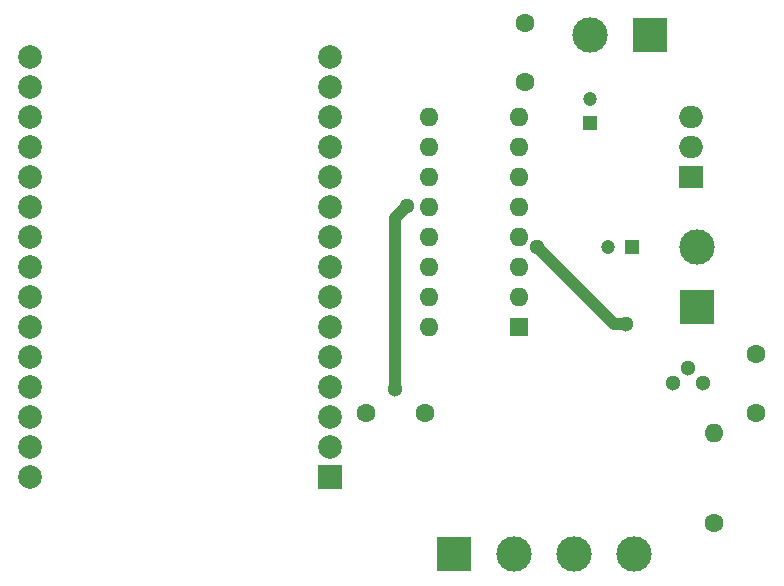
<source format=gbr>
%TF.GenerationSoftware,KiCad,Pcbnew,8.0.4*%
%TF.CreationDate,2024-09-08T20:37:16-05:00*%
%TF.ProjectId,rtt_version_final,7274745f-7665-4727-9369-6f6e5f66696e,rev?*%
%TF.SameCoordinates,Original*%
%TF.FileFunction,Copper,L1,Top*%
%TF.FilePolarity,Positive*%
%FSLAX46Y46*%
G04 Gerber Fmt 4.6, Leading zero omitted, Abs format (unit mm)*
G04 Created by KiCad (PCBNEW 8.0.4) date 2024-09-08 20:37:16*
%MOMM*%
%LPD*%
G01*
G04 APERTURE LIST*
%TA.AperFunction,ComponentPad*%
%ADD10R,3.000000X3.000000*%
%TD*%
%TA.AperFunction,ComponentPad*%
%ADD11C,3.000000*%
%TD*%
%TA.AperFunction,ComponentPad*%
%ADD12R,1.200000X1.200000*%
%TD*%
%TA.AperFunction,ComponentPad*%
%ADD13C,1.200000*%
%TD*%
%TA.AperFunction,ComponentPad*%
%ADD14C,1.600000*%
%TD*%
%TA.AperFunction,ComponentPad*%
%ADD15R,2.000000X1.905000*%
%TD*%
%TA.AperFunction,ComponentPad*%
%ADD16O,2.000000X1.905000*%
%TD*%
%TA.AperFunction,ComponentPad*%
%ADD17R,1.600000X1.600000*%
%TD*%
%TA.AperFunction,ComponentPad*%
%ADD18O,1.600000X1.600000*%
%TD*%
%TA.AperFunction,ComponentPad*%
%ADD19C,1.300000*%
%TD*%
%TA.AperFunction,ComponentPad*%
%ADD20R,2.000000X2.000000*%
%TD*%
%TA.AperFunction,ComponentPad*%
%ADD21C,2.000000*%
%TD*%
%TA.AperFunction,ViaPad*%
%ADD22C,1.300000*%
%TD*%
%TA.AperFunction,Conductor*%
%ADD23C,1.000000*%
%TD*%
G04 APERTURE END LIST*
D10*
%TO.P,J3,1,Pin_1*%
%TO.N,/motor_fuerza*%
X161000000Y-77040000D03*
D11*
%TO.P,J3,2,Pin_2*%
%TO.N,+9V*%
X161000000Y-71960000D03*
%TD*%
D12*
%TO.P,C4,1*%
%TO.N,+5V*%
X152000000Y-61472600D03*
D13*
%TO.P,C4,2*%
%TO.N,GND*%
X152000000Y-59472600D03*
%TD*%
D10*
%TO.P,J1,1,Pin_1*%
%TO.N,/pot_4y*%
X140420000Y-98000000D03*
D11*
%TO.P,J1,2,Pin_2*%
%TO.N,/pot_3y*%
X145500000Y-98000000D03*
%TO.P,J1,3,Pin_3*%
%TO.N,/pot_1y*%
X150580000Y-98000000D03*
%TO.P,J1,4,Pin_4*%
%TO.N,/pot_2y*%
X155660000Y-98000000D03*
%TD*%
D12*
%TO.P,C3,1*%
%TO.N,+9V*%
X155500000Y-72000000D03*
D13*
%TO.P,C3,2*%
%TO.N,GND*%
X153500000Y-72000000D03*
%TD*%
D14*
%TO.P,C2,1*%
%TO.N,GND*%
X133000000Y-86000000D03*
%TO.P,C2,2*%
%TO.N,+5V*%
X138000000Y-86000000D03*
%TD*%
%TO.P,C1,1*%
%TO.N,+5V*%
X146500000Y-58000000D03*
%TO.P,C1,2*%
%TO.N,GND*%
X146500000Y-53000000D03*
%TD*%
D15*
%TO.P,U1,1,VI*%
%TO.N,+9V*%
X160500000Y-66080000D03*
D16*
%TO.P,U1,2,GND*%
%TO.N,GND*%
X160500000Y-63540000D03*
%TO.P,U1,3,VO*%
%TO.N,+5V*%
X160500000Y-61000000D03*
%TD*%
D17*
%TO.P,U2,1,EN1\u002C2*%
%TO.N,/EN12*%
X146000000Y-78740000D03*
D18*
%TO.P,U2,2,1A*%
%TO.N,/1A*%
X146000000Y-76200000D03*
%TO.P,U2,3,1Y*%
%TO.N,/pot_1y*%
X146000000Y-73660000D03*
%TO.P,U2,4,GND*%
%TO.N,GND*%
X146000000Y-71120000D03*
%TO.P,U2,5,GND*%
X146000000Y-68580000D03*
%TO.P,U2,6,2Y*%
%TO.N,/pot_2y*%
X146000000Y-66040000D03*
%TO.P,U2,7,2A*%
%TO.N,/2A*%
X146000000Y-63500000D03*
%TO.P,U2,8,VCC2*%
%TO.N,+5V*%
X146000000Y-60960000D03*
%TO.P,U2,9,EN3\u002C4*%
%TO.N,/EN34*%
X138380000Y-60960000D03*
%TO.P,U2,10,3A*%
%TO.N,/3A*%
X138380000Y-63500000D03*
%TO.P,U2,11,3Y*%
%TO.N,/pot_3y*%
X138380000Y-66040000D03*
%TO.P,U2,12,GND*%
%TO.N,GND*%
X138380000Y-68580000D03*
%TO.P,U2,13,GND*%
X138380000Y-71120000D03*
%TO.P,U2,14,4Y*%
%TO.N,/pot_4y*%
X138380000Y-73660000D03*
%TO.P,U2,15,4A*%
%TO.N,/4A*%
X138380000Y-76200000D03*
%TO.P,U2,16,VCC1*%
%TO.N,+5V*%
X138380000Y-78740000D03*
%TD*%
D19*
%TO.P,Q2,1,E*%
%TO.N,GND*%
X158960000Y-83500000D03*
%TO.P,Q2,2,B*%
%TO.N,Net-(Q2-B)*%
X160230000Y-82230000D03*
%TO.P,Q2,3,C*%
%TO.N,/motor_fuerza*%
X161500000Y-83500000D03*
%TD*%
D20*
%TO.P,U3,1,3V3*%
%TO.N,unconnected-(U3-3V3-Pad1)*%
X130000000Y-91440000D03*
D21*
%TO.P,U3,2,GND*%
%TO.N,GND*%
X130000000Y-88900000D03*
%TO.P,U3,3,D15*%
%TO.N,/4A*%
X130000000Y-86360000D03*
%TO.P,U3,4,D2*%
%TO.N,/3A*%
X130000000Y-83820000D03*
%TO.P,U3,5,D4*%
%TO.N,/EN34*%
X130000000Y-81280000D03*
%TO.P,U3,6,RX2*%
%TO.N,unconnected-(U3-RX2-Pad6)*%
X130000000Y-78740000D03*
%TO.P,U3,7,TX2*%
%TO.N,unconnected-(U3-TX2-Pad7)*%
X130000000Y-76200000D03*
%TO.P,U3,8,D5*%
%TO.N,unconnected-(U3-D5-Pad8)*%
X130000000Y-73660000D03*
%TO.P,U3,9,D18*%
%TO.N,unconnected-(U3-D18-Pad9)*%
X130000000Y-71120000D03*
%TO.P,U3,10,D19*%
%TO.N,unconnected-(U3-D19-Pad10)*%
X130000000Y-68580000D03*
%TO.P,U3,11,D21*%
%TO.N,/EN12*%
X130000000Y-66040000D03*
%TO.P,U3,12,RX0*%
%TO.N,unconnected-(U3-RX0-Pad12)*%
X130000000Y-63500000D03*
%TO.P,U3,13,TX0*%
%TO.N,unconnected-(U3-TX0-Pad13)*%
X130000000Y-60960000D03*
%TO.P,U3,14,D22*%
%TO.N,/1A*%
X130000000Y-58420000D03*
%TO.P,U3,15,D23*%
%TO.N,/2A*%
X130000000Y-55880000D03*
%TO.P,U3,16,EN*%
%TO.N,unconnected-(U3-EN-Pad16)*%
X104600000Y-55880000D03*
%TO.P,U3,17,VP*%
%TO.N,unconnected-(U3-VP-Pad17)*%
X104600000Y-58420000D03*
%TO.P,U3,18,VN*%
%TO.N,unconnected-(U3-VN-Pad18)*%
X104600000Y-60960000D03*
%TO.P,U3,19,D34*%
%TO.N,unconnected-(U3-D34-Pad19)*%
X104600000Y-63500000D03*
%TO.P,U3,20,D35*%
%TO.N,unconnected-(U3-D35-Pad20)*%
X104600000Y-66040000D03*
%TO.P,U3,21,D32*%
%TO.N,unconnected-(U3-D32-Pad21)*%
X104600000Y-68580000D03*
%TO.P,U3,22,D33*%
%TO.N,unconnected-(U3-D33-Pad22)*%
X104600000Y-71120000D03*
%TO.P,U3,23,D25*%
%TO.N,unconnected-(U3-D25-Pad23)*%
X104600000Y-73660000D03*
%TO.P,U3,24,D26*%
%TO.N,unconnected-(U3-D26-Pad24)*%
X104600000Y-76200000D03*
%TO.P,U3,25,D27*%
%TO.N,unconnected-(U3-D27-Pad25)*%
X104600000Y-78740000D03*
%TO.P,U3,26,D14*%
%TO.N,unconnected-(U3-D14-Pad26)*%
X104600000Y-81280000D03*
%TO.P,U3,27,D12*%
%TO.N,unconnected-(U3-D12-Pad27)*%
X104600000Y-83820000D03*
%TO.P,U3,28,D13*%
%TO.N,/pwm*%
X104600000Y-86360000D03*
%TO.P,U3,29,GND*%
%TO.N,GND*%
X104600000Y-88900000D03*
%TO.P,U3,30,VIN*%
%TO.N,+5V*%
X104600000Y-91440000D03*
%TD*%
D14*
%TO.P,C5,1*%
%TO.N,+9V*%
X166000000Y-81000000D03*
%TO.P,C5,2*%
%TO.N,/motor_fuerza*%
X166000000Y-86000000D03*
%TD*%
D10*
%TO.P,J2,1,Pin_1*%
%TO.N,+9V*%
X157040000Y-54000000D03*
D11*
%TO.P,J2,2,Pin_2*%
%TO.N,GND*%
X151960000Y-54000000D03*
%TD*%
D14*
%TO.P,R1,1*%
%TO.N,/pwm*%
X162500000Y-95310000D03*
D18*
%TO.P,R1,2*%
%TO.N,Net-(Q2-B)*%
X162500000Y-87690000D03*
%TD*%
D22*
%TO.N,GND*%
X147500000Y-72000000D03*
X136500000Y-68500000D03*
X155000000Y-78500000D03*
X135500000Y-84000000D03*
%TD*%
D23*
%TO.N,GND*%
X136500000Y-68500000D02*
X135500000Y-69500000D01*
X147500000Y-72000000D02*
X154000000Y-78500000D01*
X154000000Y-78500000D02*
X155000000Y-78500000D01*
X135500000Y-69500000D02*
X135500000Y-84000000D01*
%TD*%
M02*

</source>
